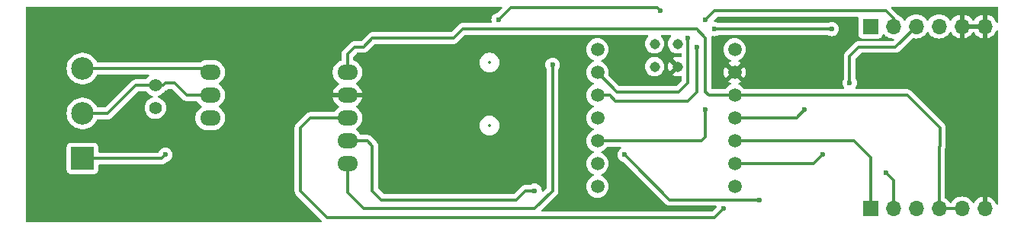
<source format=gbl>
%TF.GenerationSoftware,KiCad,Pcbnew,8.0.3*%
%TF.CreationDate,2024-07-22T20:15:04+05:30*%
%TF.ProjectId,learn_modbus_v1,6c656172-6e5f-46d6-9f64-6275735f7631,rev?*%
%TF.SameCoordinates,Original*%
%TF.FileFunction,Copper,L2,Bot*%
%TF.FilePolarity,Positive*%
%FSLAX46Y46*%
G04 Gerber Fmt 4.6, Leading zero omitted, Abs format (unit mm)*
G04 Created by KiCad (PCBNEW 8.0.3) date 2024-07-22 20:15:04*
%MOMM*%
%LPD*%
G01*
G04 APERTURE LIST*
%TA.AperFunction,ComponentPad*%
%ADD10O,2.300000X1.700000*%
%TD*%
%TA.AperFunction,ComponentPad*%
%ADD11C,1.400000*%
%TD*%
%TA.AperFunction,ComponentPad*%
%ADD12R,2.500000X2.500000*%
%TD*%
%TA.AperFunction,ComponentPad*%
%ADD13C,2.500000*%
%TD*%
%TA.AperFunction,ComponentPad*%
%ADD14C,1.500000*%
%TD*%
%TA.AperFunction,ComponentPad*%
%ADD15C,1.143000*%
%TD*%
%TA.AperFunction,ComponentPad*%
%ADD16R,1.700000X1.700000*%
%TD*%
%TA.AperFunction,ComponentPad*%
%ADD17O,1.700000X1.700000*%
%TD*%
%TA.AperFunction,ViaPad*%
%ADD18C,0.600000*%
%TD*%
%TA.AperFunction,Conductor*%
%ADD19C,0.300000*%
%TD*%
%ADD20C,0.300000*%
%ADD21C,0.350000*%
G04 APERTURE END LIST*
D10*
%TO.P,U3,1,VCC*%
%TO.N,PWR_3V3*%
X114220000Y-72820000D03*
%TO.P,U3,2,GND*%
%TO.N,GND*%
X114220000Y-75360000D03*
%TO.P,U3,3,TXD*%
%TO.N,RTU_TX*%
X114220000Y-77900000D03*
%TO.P,U3,4,RXD*%
%TO.N,RTU_RX*%
X114220000Y-80440000D03*
%TO.P,U3,5,CON*%
%TO.N,RTU_EN*%
X114220000Y-82980000D03*
%TO.P,U3,8,B*%
%TO.N,B*%
X98980000Y-77900000D03*
%TO.P,U3,9,A*%
%TO.N,A*%
X98980000Y-75360000D03*
%TO.P,U3,10,RGND*%
%TO.N,RGND*%
X98980000Y-72820000D03*
%TD*%
D11*
%TO.P,JP1,1,A*%
%TO.N,A*%
X92900000Y-74250000D03*
%TO.P,JP1,2,B*%
%TO.N,Net-(JP1-B)*%
X92900000Y-76790000D03*
%TD*%
D12*
%TO.P,J3,1,Pin_1*%
%TO.N,B*%
X84800000Y-82400000D03*
D13*
%TO.P,J3,2,Pin_2*%
%TO.N,A*%
X84800000Y-77400000D03*
%TO.P,J3,3,Pin_3*%
%TO.N,RGND*%
X84800000Y-72400000D03*
%TD*%
D14*
%TO.P,U2,1,PA02_A0_D0*%
%TO.N,RTU_EN*%
X141980000Y-70280000D03*
%TO.P,U2,2,PA4_A1_D1*%
%TO.N,ETH_INT*%
X141980000Y-72820000D03*
%TO.P,U2,3,PA10_A2_D2*%
%TO.N,ETH_CS*%
X141980000Y-75360000D03*
%TO.P,U2,4,PA11_A3_D3*%
%TO.N,ETH_RST*%
X141980000Y-77900000D03*
%TO.P,U2,5,PA8_A4_D4_SDA*%
%TO.N,ETH_LED*%
X141980000Y-80440000D03*
%TO.P,U2,6,PA9_A5_D5_SCL*%
%TO.N,RTU_LED*%
X141980000Y-82980000D03*
%TO.P,U2,7,PB08_A6_D6_TX*%
%TO.N,RTU_RX*%
X141980000Y-85520000D03*
%TO.P,U2,8,PB09_A7_D7_RX*%
%TO.N,RTU_TX*%
X157220000Y-85520000D03*
%TO.P,U2,9,PA7_A8_D8_SCK*%
%TO.N,ETH_SCLK*%
X157220000Y-82980000D03*
%TO.P,U2,10,PA5_A9_D9_MISO*%
%TO.N,ETH_MISO*%
X157220000Y-80440000D03*
%TO.P,U2,11,PA6_A10_D10_MOSI*%
%TO.N,ETH_MOSI*%
X157220000Y-77900000D03*
%TO.P,U2,12,3V3*%
%TO.N,PWR_3V3*%
X157220000Y-75360000D03*
%TO.P,U2,13,GND*%
%TO.N,GND*%
X157220000Y-72820000D03*
%TO.P,U2,14,5V*%
%TO.N,unconnected-(U2-5V-Pad14)_0*%
X157220000Y-70280000D03*
D15*
%TO.P,U2,17,PA31_SWDIO*%
%TO.N,PRG_SWDIO*%
X148330000Y-69645000D03*
%TO.P,U2,18,PA30_SWCLK*%
%TO.N,PRG_SWCLK*%
X150870000Y-69645000D03*
%TO.P,U2,19,RESET*%
%TO.N,PRG_RST*%
X148330000Y-72185000D03*
%TO.P,U2,20,GND*%
%TO.N,GND*%
X150870000Y-72185000D03*
%TD*%
D16*
%TO.P,U1,1,MISO*%
%TO.N,ETH_MISO*%
X172300000Y-88000000D03*
D17*
%TO.P,U1,2,RST*%
%TO.N,ETH_RST*%
X174840000Y-88000000D03*
%TO.P,U1,3,NC*%
%TO.N,unconnected-(U1-NC-Pad3)*%
X177380000Y-88000000D03*
%TO.P,U1,4,VDD*%
%TO.N,PWR_3V3*%
X179920000Y-88000000D03*
%TO.P,U1,5,VDD*%
X182460000Y-88000000D03*
%TO.P,U1,6,GND*%
%TO.N,GND*%
X185000000Y-88000000D03*
%TO.P,U1,7,GND*%
X185000000Y-67700000D03*
%TO.P,U1,8,GND*%
X182460000Y-67700000D03*
%TO.P,U1,9,MOSI*%
%TO.N,ETH_MOSI*%
X179920000Y-67700000D03*
%TO.P,U1,10,SCLK*%
%TO.N,ETH_SCLK*%
X177380000Y-67700000D03*
%TO.P,U1,11,CS*%
%TO.N,ETH_CS*%
X174840000Y-67700000D03*
D16*
%TO.P,U1,12,INT*%
%TO.N,ETH_INT*%
X172300000Y-67700000D03*
%TD*%
D18*
%TO.N,GND*%
X123000000Y-79000000D03*
%TO.N,PRG_SWCLK*%
X131000000Y-67000000D03*
X149000000Y-66000000D03*
%TO.N,B*%
X94000000Y-82000000D03*
%TO.N,ETH_LED*%
X155000000Y-68000000D03*
X154000000Y-77000000D03*
X168000000Y-68000000D03*
%TO.N,ETH_CS*%
X153000000Y-70000000D03*
X154000000Y-67000000D03*
%TO.N,ETH_INT*%
X152000000Y-69000000D03*
%TO.N,ETH_SCLK*%
X167000000Y-82000000D03*
X170000000Y-74000000D03*
%TO.N,ETH_MOSI*%
X165000000Y-77000000D03*
%TO.N,ETH_RST*%
X160000000Y-87000000D03*
X174000000Y-84000000D03*
X145000000Y-82000000D03*
%TO.N,RTU_EN*%
X137000000Y-72000000D03*
%TO.N,RTU_RX*%
X135000000Y-86000000D03*
%TO.N,RTU_TX*%
X156000000Y-88000000D03*
%TD*%
D19*
%TO.N,GND*%
X122360000Y-75360000D02*
X123000000Y-76000000D01*
X122360000Y-75360000D02*
X114220000Y-75360000D01*
X185000000Y-88000000D02*
X185000000Y-67700000D01*
X185000000Y-67700000D02*
X182460000Y-67700000D01*
X123000000Y-76000000D02*
X123000000Y-79000000D01*
%TO.N,PRG_SWCLK*%
X132350000Y-65650000D02*
X148650000Y-65650000D01*
X131000000Y-67000000D02*
X132350000Y-65650000D01*
X148650000Y-65650000D02*
X149000000Y-66000000D01*
%TO.N,RGND*%
X98560000Y-72400000D02*
X98980000Y-72820000D01*
X84800000Y-72400000D02*
X98560000Y-72400000D01*
%TO.N,B*%
X84800000Y-82400000D02*
X93600000Y-82400000D01*
X93600000Y-82400000D02*
X94000000Y-82000000D01*
%TO.N,A*%
X93750000Y-74250000D02*
X92900000Y-74250000D01*
X96360000Y-75360000D02*
X95000000Y-74000000D01*
X98980000Y-75360000D02*
X96360000Y-75360000D01*
X95000000Y-74000000D02*
X94000000Y-74000000D01*
X90750000Y-74250000D02*
X92900000Y-74250000D01*
X84800000Y-77400000D02*
X87600000Y-77400000D01*
X94000000Y-74000000D02*
X93750000Y-74250000D01*
X87600000Y-77400000D02*
X90750000Y-74250000D01*
%TO.N,ETH_LED*%
X141980000Y-80440000D02*
X153560000Y-80440000D01*
X154000000Y-80000000D02*
X154000000Y-77000000D01*
X155000000Y-68000000D02*
X168000000Y-68000000D01*
X153560000Y-80440000D02*
X154000000Y-80000000D01*
%TO.N,ETH_CS*%
X174840000Y-66840000D02*
X174840000Y-67700000D01*
X155000000Y-66000000D02*
X174000000Y-66000000D01*
X153000000Y-75000000D02*
X153000000Y-70000000D01*
X152000000Y-76000000D02*
X153000000Y-75000000D01*
X141980000Y-75360000D02*
X143360000Y-75360000D01*
X174000000Y-66000000D02*
X174840000Y-66840000D01*
X154000000Y-67000000D02*
X155000000Y-66000000D01*
X144000000Y-76000000D02*
X152000000Y-76000000D01*
X143360000Y-75360000D02*
X144000000Y-76000000D01*
%TO.N,PWR_3V3*%
X157220000Y-75360000D02*
X176360000Y-75360000D01*
X115000000Y-70000000D02*
X114220000Y-70780000D01*
X153000000Y-68000000D02*
X127000000Y-68000000D01*
X154000000Y-69000000D02*
X153000000Y-68000000D01*
X179920000Y-81080000D02*
X179920000Y-88000000D01*
X126000000Y-69000000D02*
X117000000Y-69000000D01*
X114220000Y-70780000D02*
X114220000Y-72820000D01*
X117000000Y-69000000D02*
X116000000Y-70000000D01*
X116000000Y-70000000D02*
X115000000Y-70000000D01*
X154360000Y-75360000D02*
X154000000Y-75000000D01*
X179920000Y-88000000D02*
X182460000Y-88000000D01*
X154000000Y-75000000D02*
X154000000Y-69000000D01*
X127000000Y-68000000D02*
X126000000Y-69000000D01*
X180000000Y-79000000D02*
X180000000Y-81000000D01*
X176360000Y-75360000D02*
X180000000Y-79000000D01*
X180000000Y-81000000D02*
X179920000Y-81080000D01*
X157220000Y-75360000D02*
X154360000Y-75360000D01*
%TO.N,ETH_INT*%
X151000000Y-75000000D02*
X152000000Y-74000000D01*
X141980000Y-72820000D02*
X144160000Y-75000000D01*
X152000000Y-74000000D02*
X152000000Y-69000000D01*
X145000000Y-75000000D02*
X151000000Y-75000000D01*
X144160000Y-75000000D02*
X145000000Y-75000000D01*
%TO.N,ETH_SCLK*%
X175080000Y-70000000D02*
X177380000Y-67700000D01*
X170000000Y-74000000D02*
X170000000Y-71000000D01*
X171000000Y-70000000D02*
X175080000Y-70000000D01*
X166020000Y-82980000D02*
X167000000Y-82000000D01*
X170000000Y-71000000D02*
X171000000Y-70000000D01*
X157220000Y-82980000D02*
X166020000Y-82980000D01*
%TO.N,ETH_MOSI*%
X164100000Y-77900000D02*
X165000000Y-77000000D01*
X157220000Y-77900000D02*
X164100000Y-77900000D01*
%TO.N,ETH_RST*%
X154000000Y-87000000D02*
X150000000Y-87000000D01*
X174840000Y-88000000D02*
X174840000Y-84840000D01*
X146000000Y-83000000D02*
X145000000Y-82000000D01*
X174840000Y-84840000D02*
X174000000Y-84000000D01*
X150000000Y-87000000D02*
X146000000Y-83000000D01*
X160000000Y-87000000D02*
X154000000Y-87000000D01*
%TO.N,ETH_MISO*%
X157220000Y-80440000D02*
X170440000Y-80440000D01*
X170440000Y-80440000D02*
X172300000Y-82300000D01*
X172300000Y-82300000D02*
X172300000Y-88000000D01*
%TO.N,RTU_EN*%
X116000000Y-88000000D02*
X135000000Y-88000000D01*
X114220000Y-82980000D02*
X114220000Y-86220000D01*
X135000000Y-88000000D02*
X137000000Y-86000000D01*
X137000000Y-86000000D02*
X137000000Y-72000000D01*
X114220000Y-86220000D02*
X116000000Y-88000000D01*
%TO.N,RTU_RX*%
X117000000Y-81000000D02*
X117000000Y-86000000D01*
X114220000Y-80440000D02*
X116440000Y-80440000D01*
X118000000Y-87000000D02*
X133000000Y-87000000D01*
X117000000Y-86000000D02*
X118000000Y-87000000D01*
X134000000Y-86000000D02*
X135000000Y-86000000D01*
X133000000Y-87000000D02*
X134000000Y-86000000D01*
X116440000Y-80440000D02*
X117000000Y-81000000D01*
%TO.N,RTU_TX*%
X112000000Y-89000000D02*
X155000000Y-89000000D01*
X114220000Y-77900000D02*
X110100000Y-77900000D01*
X110100000Y-77900000D02*
X109000000Y-79000000D01*
X155000000Y-89000000D02*
X156000000Y-88000000D01*
X109000000Y-79000000D02*
X109000000Y-86000000D01*
X109000000Y-86000000D02*
X112000000Y-89000000D01*
%TD*%
%TA.AperFunction,Conductor*%
%TO.N,GND*%
G36*
X131347231Y-65520185D02*
G01*
X131392986Y-65572989D01*
X131402930Y-65642147D01*
X131373905Y-65705703D01*
X131367873Y-65712181D01*
X130901775Y-66178277D01*
X130840452Y-66211762D01*
X130827988Y-66213815D01*
X130820752Y-66214630D01*
X130820744Y-66214632D01*
X130650478Y-66274210D01*
X130497737Y-66370184D01*
X130370184Y-66497737D01*
X130274211Y-66650476D01*
X130214631Y-66820745D01*
X130214630Y-66820750D01*
X130194435Y-66999996D01*
X130194435Y-67000003D01*
X130214630Y-67179249D01*
X130214632Y-67179257D01*
X130216483Y-67184546D01*
X130220044Y-67254325D01*
X130185315Y-67314952D01*
X130123322Y-67347179D01*
X130099441Y-67349500D01*
X126935929Y-67349500D01*
X126810261Y-67374497D01*
X126810251Y-67374500D01*
X126779341Y-67387303D01*
X126779342Y-67387304D01*
X126691877Y-67423532D01*
X126691863Y-67423540D01*
X126585332Y-67494721D01*
X126585325Y-67494727D01*
X125766873Y-68313181D01*
X125705550Y-68346666D01*
X125679192Y-68349500D01*
X116935929Y-68349500D01*
X116810261Y-68374497D01*
X116810251Y-68374500D01*
X116779341Y-68387303D01*
X116779342Y-68387304D01*
X116691877Y-68423532D01*
X116691863Y-68423540D01*
X116585332Y-68494721D01*
X116585325Y-68494727D01*
X115766873Y-69313181D01*
X115705550Y-69346666D01*
X115679192Y-69349500D01*
X114935929Y-69349500D01*
X114810261Y-69374497D01*
X114810251Y-69374500D01*
X114779341Y-69387303D01*
X114779342Y-69387304D01*
X114691877Y-69423532D01*
X114691863Y-69423540D01*
X114585332Y-69494721D01*
X114585325Y-69494727D01*
X113714726Y-70365326D01*
X113643534Y-70471874D01*
X113594499Y-70590255D01*
X113594497Y-70590261D01*
X113569500Y-70715928D01*
X113569500Y-71423793D01*
X113549815Y-71490832D01*
X113497011Y-71536587D01*
X113483825Y-71541722D01*
X113454471Y-71551260D01*
X113401582Y-71568445D01*
X113212179Y-71664951D01*
X113040213Y-71789890D01*
X112889890Y-71940213D01*
X112764951Y-72112179D01*
X112668444Y-72301585D01*
X112602753Y-72503760D01*
X112569500Y-72713713D01*
X112569500Y-72926286D01*
X112600654Y-73122989D01*
X112602754Y-73136243D01*
X112656439Y-73301469D01*
X112668444Y-73338414D01*
X112764951Y-73527820D01*
X112889890Y-73699786D01*
X113040213Y-73850109D01*
X113212179Y-73975048D01*
X113212181Y-73975049D01*
X113212184Y-73975051D01*
X113221493Y-73979794D01*
X113272290Y-74027766D01*
X113289087Y-74095587D01*
X113266552Y-74161722D01*
X113221502Y-74200762D01*
X113212443Y-74205378D01*
X113040540Y-74330272D01*
X113040535Y-74330276D01*
X112890276Y-74480535D01*
X112890272Y-74480540D01*
X112765379Y-74652442D01*
X112668904Y-74841782D01*
X112603242Y-75043870D01*
X112603242Y-75043873D01*
X112592769Y-75110000D01*
X113786988Y-75110000D01*
X113754075Y-75167007D01*
X113720000Y-75294174D01*
X113720000Y-75425826D01*
X113754075Y-75552993D01*
X113786988Y-75610000D01*
X112592769Y-75610000D01*
X112603242Y-75676126D01*
X112603242Y-75676129D01*
X112668904Y-75878217D01*
X112765379Y-76067557D01*
X112890272Y-76239459D01*
X112890276Y-76239464D01*
X113040535Y-76389723D01*
X113040540Y-76389727D01*
X113212444Y-76514622D01*
X113221495Y-76519234D01*
X113272292Y-76567208D01*
X113289087Y-76635029D01*
X113266550Y-76701164D01*
X113221499Y-76740202D01*
X113212182Y-76744949D01*
X113040213Y-76869890D01*
X112889890Y-77020213D01*
X112762085Y-77196125D01*
X112760740Y-77195148D01*
X112714295Y-77237166D01*
X112660382Y-77249500D01*
X110035929Y-77249500D01*
X109910261Y-77274497D01*
X109910255Y-77274499D01*
X109791874Y-77323534D01*
X109685326Y-77394726D01*
X108494724Y-78585328D01*
X108442566Y-78663390D01*
X108423535Y-78691871D01*
X108374499Y-78810255D01*
X108374497Y-78810261D01*
X108349500Y-78935928D01*
X108349500Y-78935931D01*
X108349500Y-86064069D01*
X108349500Y-86064071D01*
X108349499Y-86064071D01*
X108368141Y-86157782D01*
X108368141Y-86157783D01*
X108374496Y-86189737D01*
X108374498Y-86189742D01*
X108409486Y-86274209D01*
X108423535Y-86308127D01*
X108494723Y-86414669D01*
X108494726Y-86414673D01*
X108494727Y-86414674D01*
X111367873Y-89287819D01*
X111401358Y-89349142D01*
X111396374Y-89418834D01*
X111354502Y-89474767D01*
X111289038Y-89499184D01*
X111280192Y-89499500D01*
X78624500Y-89499500D01*
X78557461Y-89479815D01*
X78511706Y-89427011D01*
X78500500Y-89375500D01*
X78500500Y-81102135D01*
X83049500Y-81102135D01*
X83049500Y-83697870D01*
X83049501Y-83697876D01*
X83055908Y-83757483D01*
X83106202Y-83892328D01*
X83106206Y-83892335D01*
X83192452Y-84007544D01*
X83192455Y-84007547D01*
X83307664Y-84093793D01*
X83307671Y-84093797D01*
X83442517Y-84144091D01*
X83442516Y-84144091D01*
X83449444Y-84144835D01*
X83502127Y-84150500D01*
X86097872Y-84150499D01*
X86157483Y-84144091D01*
X86292331Y-84093796D01*
X86407546Y-84007546D01*
X86493796Y-83892331D01*
X86544091Y-83757483D01*
X86550500Y-83697873D01*
X86550500Y-83174500D01*
X86570185Y-83107461D01*
X86622989Y-83061706D01*
X86674500Y-83050500D01*
X93664071Y-83050500D01*
X93748615Y-83033682D01*
X93789744Y-83025501D01*
X93908127Y-82976465D01*
X93946987Y-82950500D01*
X93946988Y-82950500D01*
X93997633Y-82916659D01*
X94014669Y-82905277D01*
X94098222Y-82821722D01*
X94159545Y-82788237D01*
X94172019Y-82786183D01*
X94179255Y-82785368D01*
X94349522Y-82725789D01*
X94502262Y-82629816D01*
X94629816Y-82502262D01*
X94725789Y-82349522D01*
X94785368Y-82179255D01*
X94793142Y-82110261D01*
X94805565Y-82000003D01*
X94805565Y-81999996D01*
X94785369Y-81820750D01*
X94785368Y-81820745D01*
X94770364Y-81777865D01*
X94725789Y-81650478D01*
X94629816Y-81497738D01*
X94502262Y-81370184D01*
X94422064Y-81319792D01*
X94349523Y-81274211D01*
X94179254Y-81214631D01*
X94179249Y-81214630D01*
X94000004Y-81194435D01*
X93999996Y-81194435D01*
X93820750Y-81214630D01*
X93820745Y-81214631D01*
X93650476Y-81274211D01*
X93497737Y-81370184D01*
X93370184Y-81497737D01*
X93274211Y-81650476D01*
X93268621Y-81666454D01*
X93227900Y-81723230D01*
X93162947Y-81748978D01*
X93151579Y-81749500D01*
X86674499Y-81749500D01*
X86607460Y-81729815D01*
X86561705Y-81677011D01*
X86550499Y-81625500D01*
X86550499Y-81102129D01*
X86550498Y-81102123D01*
X86550497Y-81102116D01*
X86544091Y-81042517D01*
X86534374Y-81016465D01*
X86493797Y-80907671D01*
X86493793Y-80907664D01*
X86407547Y-80792455D01*
X86407544Y-80792452D01*
X86292335Y-80706206D01*
X86292328Y-80706202D01*
X86157482Y-80655908D01*
X86157483Y-80655908D01*
X86097883Y-80649501D01*
X86097881Y-80649500D01*
X86097873Y-80649500D01*
X86097864Y-80649500D01*
X83502129Y-80649500D01*
X83502123Y-80649501D01*
X83442516Y-80655908D01*
X83307671Y-80706202D01*
X83307664Y-80706206D01*
X83192455Y-80792452D01*
X83192452Y-80792455D01*
X83106206Y-80907664D01*
X83106202Y-80907671D01*
X83055908Y-81042517D01*
X83050750Y-81090500D01*
X83049501Y-81102123D01*
X83049500Y-81102135D01*
X78500500Y-81102135D01*
X78500500Y-72399995D01*
X83044592Y-72399995D01*
X83044592Y-72400004D01*
X83064196Y-72661620D01*
X83064197Y-72661625D01*
X83122576Y-72917402D01*
X83122578Y-72917411D01*
X83122580Y-72917416D01*
X83218432Y-73161643D01*
X83349614Y-73388857D01*
X83445880Y-73509571D01*
X83513198Y-73593985D01*
X83627232Y-73699792D01*
X83705521Y-73772433D01*
X83922296Y-73920228D01*
X83922301Y-73920230D01*
X83922302Y-73920231D01*
X83922303Y-73920232D01*
X84036131Y-73975048D01*
X84158673Y-74034061D01*
X84158674Y-74034061D01*
X84158677Y-74034063D01*
X84409385Y-74111396D01*
X84668818Y-74150500D01*
X84931182Y-74150500D01*
X85190615Y-74111396D01*
X85441323Y-74034063D01*
X85677704Y-73920228D01*
X85894479Y-73772433D01*
X86051347Y-73626881D01*
X86086801Y-73593985D01*
X86086801Y-73593983D01*
X86086805Y-73593981D01*
X86250386Y-73388857D01*
X86381568Y-73161643D01*
X86394302Y-73129197D01*
X86437118Y-73073984D01*
X86502988Y-73050683D01*
X86509730Y-73050500D01*
X92120998Y-73050500D01*
X92188037Y-73070185D01*
X92233792Y-73122989D01*
X92243736Y-73192147D01*
X92214711Y-73255703D01*
X92186276Y-73279926D01*
X92173442Y-73287872D01*
X92173437Y-73287876D01*
X92009025Y-73437757D01*
X92009021Y-73437761D01*
X91924091Y-73550227D01*
X91867982Y-73591863D01*
X91825137Y-73599500D01*
X90685929Y-73599500D01*
X90560261Y-73624497D01*
X90560255Y-73624499D01*
X90441874Y-73673534D01*
X90335326Y-73744726D01*
X90335325Y-73744727D01*
X87366873Y-76713181D01*
X87305550Y-76746666D01*
X87279192Y-76749500D01*
X86509730Y-76749500D01*
X86442691Y-76729815D01*
X86396936Y-76677011D01*
X86394302Y-76670803D01*
X86391551Y-76663793D01*
X86381568Y-76638357D01*
X86250386Y-76411143D01*
X86086805Y-76206019D01*
X86086804Y-76206018D01*
X86086801Y-76206014D01*
X85894479Y-76027567D01*
X85869446Y-76010500D01*
X85677704Y-75879772D01*
X85677700Y-75879770D01*
X85677697Y-75879768D01*
X85677696Y-75879767D01*
X85441325Y-75765938D01*
X85441327Y-75765938D01*
X85190623Y-75688606D01*
X85190619Y-75688605D01*
X85190615Y-75688604D01*
X85065823Y-75669794D01*
X84931187Y-75649500D01*
X84931182Y-75649500D01*
X84668818Y-75649500D01*
X84668812Y-75649500D01*
X84507247Y-75673853D01*
X84409385Y-75688604D01*
X84409382Y-75688605D01*
X84409376Y-75688606D01*
X84158673Y-75765938D01*
X83922303Y-75879767D01*
X83922302Y-75879768D01*
X83705520Y-76027567D01*
X83513198Y-76206014D01*
X83349614Y-76411143D01*
X83218432Y-76638356D01*
X83122582Y-76882578D01*
X83122576Y-76882597D01*
X83064197Y-77138374D01*
X83064196Y-77138379D01*
X83044592Y-77399995D01*
X83044592Y-77400004D01*
X83064196Y-77661620D01*
X83064197Y-77661625D01*
X83122576Y-77917402D01*
X83122578Y-77917411D01*
X83122580Y-77917416D01*
X83218432Y-78161643D01*
X83349614Y-78388857D01*
X83432109Y-78492302D01*
X83513198Y-78593985D01*
X83694753Y-78762441D01*
X83705521Y-78772433D01*
X83922296Y-78920228D01*
X83922301Y-78920230D01*
X83922302Y-78920231D01*
X83922303Y-78920232D01*
X84047843Y-78980688D01*
X84158673Y-79034061D01*
X84158674Y-79034061D01*
X84158677Y-79034063D01*
X84409385Y-79111396D01*
X84668818Y-79150500D01*
X84931182Y-79150500D01*
X85190615Y-79111396D01*
X85441323Y-79034063D01*
X85677704Y-78920228D01*
X85894479Y-78772433D01*
X86071890Y-78607820D01*
X86086801Y-78593985D01*
X86086801Y-78593983D01*
X86086805Y-78593981D01*
X86250386Y-78388857D01*
X86381568Y-78161643D01*
X86394302Y-78129197D01*
X86437118Y-78073984D01*
X86502988Y-78050683D01*
X86509730Y-78050500D01*
X87664071Y-78050500D01*
X87751698Y-78033069D01*
X87789744Y-78025501D01*
X87908127Y-77976465D01*
X87926679Y-77964069D01*
X88014669Y-77905277D01*
X90983127Y-74936819D01*
X91044450Y-74903334D01*
X91070808Y-74900500D01*
X91825137Y-74900500D01*
X91892176Y-74920185D01*
X91924091Y-74949773D01*
X91995064Y-75043757D01*
X92009021Y-75062238D01*
X92009025Y-75062242D01*
X92173437Y-75212123D01*
X92173439Y-75212125D01*
X92362595Y-75329245D01*
X92362596Y-75329245D01*
X92362599Y-75329247D01*
X92556524Y-75404374D01*
X92611924Y-75446946D01*
X92635515Y-75512713D01*
X92619804Y-75580793D01*
X92569780Y-75629572D01*
X92556533Y-75635622D01*
X92419767Y-75688606D01*
X92362601Y-75710752D01*
X92362595Y-75710754D01*
X92173439Y-75827874D01*
X92173437Y-75827876D01*
X92009020Y-75977761D01*
X91874943Y-76155308D01*
X91874938Y-76155316D01*
X91775775Y-76354461D01*
X91775769Y-76354476D01*
X91714885Y-76568462D01*
X91714884Y-76568464D01*
X91694357Y-76789999D01*
X91694357Y-76790000D01*
X91714884Y-77011535D01*
X91714885Y-77011537D01*
X91775769Y-77225523D01*
X91775775Y-77225538D01*
X91874938Y-77424683D01*
X91874943Y-77424691D01*
X92009020Y-77602238D01*
X92173437Y-77752123D01*
X92173439Y-77752125D01*
X92362595Y-77869245D01*
X92362596Y-77869245D01*
X92362599Y-77869247D01*
X92570060Y-77949618D01*
X92788757Y-77990500D01*
X92788759Y-77990500D01*
X93011241Y-77990500D01*
X93011243Y-77990500D01*
X93229940Y-77949618D01*
X93437401Y-77869247D01*
X93626562Y-77752124D01*
X93790981Y-77602236D01*
X93925058Y-77424689D01*
X94024229Y-77225528D01*
X94085115Y-77011536D01*
X94105643Y-76790000D01*
X94101468Y-76744949D01*
X94085115Y-76568464D01*
X94085114Y-76568462D01*
X94084757Y-76567208D01*
X94024229Y-76354472D01*
X94007860Y-76321598D01*
X93925061Y-76155316D01*
X93925056Y-76155308D01*
X93790979Y-75977761D01*
X93626562Y-75827876D01*
X93626560Y-75827874D01*
X93437404Y-75710754D01*
X93437395Y-75710750D01*
X93343956Y-75674552D01*
X93243475Y-75635625D01*
X93188075Y-75593054D01*
X93164484Y-75527288D01*
X93180195Y-75459207D01*
X93230219Y-75410428D01*
X93243466Y-75404377D01*
X93437401Y-75329247D01*
X93626562Y-75212124D01*
X93790981Y-75062236D01*
X93908140Y-74907091D01*
X93959639Y-74867260D01*
X93977167Y-74860000D01*
X94058127Y-74826465D01*
X94082386Y-74810256D01*
X94164669Y-74755277D01*
X94233128Y-74686817D01*
X94294449Y-74653334D01*
X94320808Y-74650500D01*
X94679192Y-74650500D01*
X94746231Y-74670185D01*
X94766873Y-74686819D01*
X95945326Y-75865273D01*
X95945334Y-75865279D01*
X96033375Y-75924106D01*
X96051871Y-75936464D01*
X96051872Y-75936464D01*
X96051873Y-75936465D01*
X96170256Y-75985501D01*
X96170260Y-75985501D01*
X96170261Y-75985502D01*
X96295928Y-76010500D01*
X96295931Y-76010500D01*
X97420382Y-76010500D01*
X97487421Y-76030185D01*
X97521099Y-76064591D01*
X97522085Y-76063875D01*
X97649890Y-76239786D01*
X97800213Y-76390109D01*
X97972182Y-76515050D01*
X97980946Y-76519516D01*
X98031742Y-76567491D01*
X98048536Y-76635312D01*
X98025998Y-76701447D01*
X97980946Y-76740484D01*
X97972182Y-76744949D01*
X97800213Y-76869890D01*
X97649890Y-77020213D01*
X97524951Y-77192179D01*
X97428444Y-77381585D01*
X97362753Y-77583760D01*
X97329500Y-77793713D01*
X97329500Y-78006286D01*
X97355938Y-78173212D01*
X97362754Y-78216243D01*
X97424175Y-78405277D01*
X97428444Y-78418414D01*
X97524951Y-78607820D01*
X97649890Y-78779786D01*
X97800213Y-78930109D01*
X97972179Y-79055048D01*
X97972181Y-79055049D01*
X97972184Y-79055051D01*
X98161588Y-79151557D01*
X98363757Y-79217246D01*
X98573713Y-79250500D01*
X98573714Y-79250500D01*
X99386286Y-79250500D01*
X99386287Y-79250500D01*
X99596243Y-79217246D01*
X99798412Y-79151557D01*
X99987816Y-79055051D01*
X100016704Y-79034063D01*
X100159786Y-78930109D01*
X100159788Y-78930106D01*
X100159792Y-78930104D01*
X100310104Y-78779792D01*
X100310106Y-78779788D01*
X100310109Y-78779786D01*
X100435048Y-78607820D01*
X100435047Y-78607820D01*
X100435051Y-78607816D01*
X100531557Y-78418412D01*
X100597246Y-78216243D01*
X100630500Y-78006287D01*
X100630500Y-77793713D01*
X100597246Y-77583757D01*
X100531557Y-77381588D01*
X100435051Y-77192184D01*
X100435049Y-77192181D01*
X100435048Y-77192179D01*
X100310109Y-77020213D01*
X100159786Y-76869890D01*
X99987820Y-76744951D01*
X99982778Y-76742382D01*
X99979054Y-76740485D01*
X99928259Y-76692512D01*
X99911463Y-76624692D01*
X99933999Y-76558556D01*
X99979054Y-76519515D01*
X99987816Y-76515051D01*
X100011647Y-76497737D01*
X100159786Y-76390109D01*
X100159788Y-76390106D01*
X100159792Y-76390104D01*
X100310104Y-76239792D01*
X100310106Y-76239788D01*
X100310109Y-76239786D01*
X100435048Y-76067820D01*
X100435047Y-76067820D01*
X100435051Y-76067816D01*
X100531557Y-75878412D01*
X100597246Y-75676243D01*
X100630500Y-75466287D01*
X100630500Y-75253713D01*
X100597246Y-75043757D01*
X100531557Y-74841588D01*
X100435051Y-74652184D01*
X100435049Y-74652181D01*
X100435048Y-74652179D01*
X100310109Y-74480213D01*
X100159786Y-74329890D01*
X99987820Y-74204951D01*
X99979600Y-74200763D01*
X99979054Y-74200485D01*
X99928259Y-74152512D01*
X99911463Y-74084692D01*
X99933999Y-74018556D01*
X99979054Y-73979515D01*
X99987816Y-73975051D01*
X100009789Y-73959086D01*
X100159786Y-73850109D01*
X100159788Y-73850106D01*
X100159792Y-73850104D01*
X100310104Y-73699792D01*
X100310106Y-73699788D01*
X100310109Y-73699786D01*
X100435048Y-73527820D01*
X100435047Y-73527820D01*
X100435051Y-73527816D01*
X100531557Y-73338412D01*
X100597246Y-73136243D01*
X100630500Y-72926287D01*
X100630500Y-72713713D01*
X100597246Y-72503757D01*
X100531557Y-72301588D01*
X100435051Y-72112184D01*
X100435049Y-72112181D01*
X100435048Y-72112179D01*
X100310109Y-71940213D01*
X100159786Y-71789890D01*
X99987820Y-71664951D01*
X99798414Y-71568444D01*
X99798413Y-71568443D01*
X99798412Y-71568443D01*
X99596243Y-71502754D01*
X99596241Y-71502753D01*
X99596240Y-71502753D01*
X99434957Y-71477208D01*
X99386287Y-71469500D01*
X98573713Y-71469500D01*
X98525042Y-71477208D01*
X98363760Y-71502753D01*
X98161585Y-71568444D01*
X97972180Y-71664951D01*
X97888404Y-71725818D01*
X97822598Y-71749298D01*
X97815519Y-71749500D01*
X86509730Y-71749500D01*
X86442691Y-71729815D01*
X86396936Y-71677011D01*
X86394302Y-71670803D01*
X86386324Y-71650476D01*
X86381568Y-71638357D01*
X86250386Y-71411143D01*
X86086805Y-71206019D01*
X86086804Y-71206018D01*
X86086801Y-71206014D01*
X85894479Y-71027567D01*
X85873299Y-71013127D01*
X85677704Y-70879772D01*
X85677700Y-70879770D01*
X85677697Y-70879768D01*
X85677696Y-70879767D01*
X85441325Y-70765938D01*
X85441327Y-70765938D01*
X85190623Y-70688606D01*
X85190619Y-70688605D01*
X85190615Y-70688604D01*
X85065823Y-70669794D01*
X84931187Y-70649500D01*
X84931182Y-70649500D01*
X84668818Y-70649500D01*
X84668812Y-70649500D01*
X84507247Y-70673853D01*
X84409385Y-70688604D01*
X84409382Y-70688605D01*
X84409376Y-70688606D01*
X84158673Y-70765938D01*
X83922303Y-70879767D01*
X83922302Y-70879768D01*
X83705520Y-71027567D01*
X83513198Y-71206014D01*
X83349614Y-71411143D01*
X83218432Y-71638356D01*
X83122582Y-71882578D01*
X83122576Y-71882597D01*
X83064197Y-72138374D01*
X83064196Y-72138379D01*
X83044592Y-72399995D01*
X78500500Y-72399995D01*
X78500500Y-65624500D01*
X78520185Y-65557461D01*
X78572989Y-65511706D01*
X78624500Y-65500500D01*
X131280192Y-65500500D01*
X131347231Y-65520185D01*
G37*
%TD.AperFunction*%
%TA.AperFunction,Conductor*%
G36*
X147576649Y-68670185D02*
G01*
X147622404Y-68722989D01*
X147632348Y-68792147D01*
X147603323Y-68855703D01*
X147593148Y-68866137D01*
X147534389Y-68919702D01*
X147414662Y-69078246D01*
X147326107Y-69256088D01*
X147326104Y-69256094D01*
X147271738Y-69447174D01*
X147271737Y-69447177D01*
X147253407Y-69644999D01*
X147253407Y-69645000D01*
X147271737Y-69842822D01*
X147271738Y-69842825D01*
X147326104Y-70033905D01*
X147326107Y-70033911D01*
X147414662Y-70211753D01*
X147534389Y-70370298D01*
X147645813Y-70471873D01*
X147681208Y-70504140D01*
X147798016Y-70576465D01*
X147820297Y-70590261D01*
X147850121Y-70608727D01*
X148035376Y-70680495D01*
X148230665Y-70717000D01*
X148230668Y-70717000D01*
X148429332Y-70717000D01*
X148429335Y-70717000D01*
X148624624Y-70680495D01*
X148809879Y-70608727D01*
X148978792Y-70504140D01*
X149125612Y-70370296D01*
X149245338Y-70211753D01*
X149333893Y-70033910D01*
X149333893Y-70033907D01*
X149333895Y-70033905D01*
X149388261Y-69842825D01*
X149388262Y-69842822D01*
X149406593Y-69645000D01*
X149406593Y-69644999D01*
X149388262Y-69447177D01*
X149388261Y-69447174D01*
X149333895Y-69256094D01*
X149333892Y-69256088D01*
X149308731Y-69205558D01*
X149245338Y-69078247D01*
X149125612Y-68919704D01*
X149125610Y-68919702D01*
X149066852Y-68866137D01*
X149030570Y-68806426D01*
X149032331Y-68736579D01*
X149071574Y-68678771D01*
X149135841Y-68651356D01*
X149150390Y-68650500D01*
X150049610Y-68650500D01*
X150116649Y-68670185D01*
X150162404Y-68722989D01*
X150172348Y-68792147D01*
X150143323Y-68855703D01*
X150133148Y-68866137D01*
X150074389Y-68919702D01*
X149954662Y-69078246D01*
X149866107Y-69256088D01*
X149866104Y-69256094D01*
X149811738Y-69447174D01*
X149811737Y-69447177D01*
X149793407Y-69644999D01*
X149793407Y-69645000D01*
X149811737Y-69842822D01*
X149811738Y-69842825D01*
X149866104Y-70033905D01*
X149866107Y-70033911D01*
X149954662Y-70211753D01*
X150074389Y-70370298D01*
X150185813Y-70471873D01*
X150221208Y-70504140D01*
X150338016Y-70576465D01*
X150360297Y-70590261D01*
X150390121Y-70608727D01*
X150575376Y-70680495D01*
X150770665Y-70717000D01*
X150770668Y-70717000D01*
X150969332Y-70717000D01*
X150969335Y-70717000D01*
X151164624Y-70680495D01*
X151180705Y-70674264D01*
X151250326Y-70668401D01*
X151312067Y-70701108D01*
X151346324Y-70762004D01*
X151349500Y-70789890D01*
X151349500Y-71040645D01*
X151329815Y-71107684D01*
X151277011Y-71153439D01*
X151207853Y-71163383D01*
X151180709Y-71156273D01*
X151164490Y-71149990D01*
X150969287Y-71113500D01*
X150770713Y-71113500D01*
X150575516Y-71149989D01*
X150575511Y-71149990D01*
X150390350Y-71221721D01*
X150390341Y-71221725D01*
X150310015Y-71271461D01*
X150310014Y-71271462D01*
X150870000Y-71831447D01*
X150948850Y-71910297D01*
X150907620Y-71899250D01*
X150832380Y-71899250D01*
X150759705Y-71918723D01*
X150694545Y-71956343D01*
X150641343Y-72009545D01*
X150603723Y-72074705D01*
X150584250Y-72147380D01*
X150584250Y-72222620D01*
X150603723Y-72295295D01*
X150641343Y-72360455D01*
X150694545Y-72413657D01*
X150759705Y-72451277D01*
X150832380Y-72470750D01*
X150907620Y-72470750D01*
X150948847Y-72459703D01*
X150310015Y-73098536D01*
X150310015Y-73098537D01*
X150390341Y-73148274D01*
X150390348Y-73148277D01*
X150575511Y-73220009D01*
X150575516Y-73220010D01*
X150770713Y-73256500D01*
X150969287Y-73256500D01*
X151164483Y-73220010D01*
X151164489Y-73220009D01*
X151180705Y-73213727D01*
X151250328Y-73207864D01*
X151312069Y-73240573D01*
X151346324Y-73301469D01*
X151349500Y-73329353D01*
X151349500Y-73679192D01*
X151329815Y-73746231D01*
X151313181Y-73766873D01*
X150766873Y-74313181D01*
X150705550Y-74346666D01*
X150679192Y-74349500D01*
X144480808Y-74349500D01*
X144413769Y-74329815D01*
X144393127Y-74313181D01*
X143246060Y-73166114D01*
X143212575Y-73104791D01*
X143213966Y-73046339D01*
X143216207Y-73037977D01*
X143232609Y-72850500D01*
X143235277Y-72820002D01*
X143235277Y-72819997D01*
X143225978Y-72713713D01*
X143216207Y-72602023D01*
X143172550Y-72439094D01*
X143159577Y-72390677D01*
X143159576Y-72390676D01*
X143159575Y-72390670D01*
X143067102Y-72192362D01*
X143067100Y-72192359D01*
X143067099Y-72192357D01*
X143061947Y-72184999D01*
X147253407Y-72184999D01*
X147253407Y-72185000D01*
X147271737Y-72382822D01*
X147271738Y-72382825D01*
X147326104Y-72573905D01*
X147326107Y-72573911D01*
X147414662Y-72751753D01*
X147534389Y-72910298D01*
X147647041Y-73012993D01*
X147681208Y-73044140D01*
X147796443Y-73115491D01*
X147829858Y-73136181D01*
X147850121Y-73148727D01*
X148035376Y-73220495D01*
X148230665Y-73257000D01*
X148230668Y-73257000D01*
X148429332Y-73257000D01*
X148429335Y-73257000D01*
X148624624Y-73220495D01*
X148809879Y-73148727D01*
X148978792Y-73044140D01*
X149125612Y-72910296D01*
X149245338Y-72751753D01*
X149333893Y-72573910D01*
X149333893Y-72573907D01*
X149333895Y-72573905D01*
X149368785Y-72451277D01*
X149388262Y-72382823D01*
X149406593Y-72185000D01*
X149406593Y-72184999D01*
X149793910Y-72184999D01*
X149793910Y-72185000D01*
X149812231Y-72382730D01*
X149866575Y-72573726D01*
X149866580Y-72573739D01*
X149953383Y-72748062D01*
X149953384Y-72748062D01*
X150516447Y-72185000D01*
X149953383Y-71621936D01*
X149866580Y-71796260D01*
X149866575Y-71796273D01*
X149812231Y-71987269D01*
X149793910Y-72184999D01*
X149406593Y-72184999D01*
X149404150Y-72158641D01*
X149388262Y-71987177D01*
X149388261Y-71987174D01*
X149333895Y-71796094D01*
X149333892Y-71796088D01*
X149274599Y-71677011D01*
X149245338Y-71618247D01*
X149125612Y-71459704D01*
X149125610Y-71459701D01*
X148978793Y-71325861D01*
X148978792Y-71325860D01*
X148914467Y-71286031D01*
X148809880Y-71221273D01*
X148809878Y-71221272D01*
X148624627Y-71149506D01*
X148624626Y-71149505D01*
X148624624Y-71149505D01*
X148429335Y-71113000D01*
X148230665Y-71113000D01*
X148035376Y-71149505D01*
X148035374Y-71149505D01*
X148035372Y-71149506D01*
X147850121Y-71221272D01*
X147850119Y-71221273D01*
X147681206Y-71325861D01*
X147534389Y-71459701D01*
X147414662Y-71618246D01*
X147326107Y-71796088D01*
X147326104Y-71796094D01*
X147271738Y-71987174D01*
X147271737Y-71987177D01*
X147253407Y-72184999D01*
X143061947Y-72184999D01*
X142941599Y-72013124D01*
X142868683Y-71940208D01*
X142786877Y-71858402D01*
X142607639Y-71732898D01*
X142456414Y-71662381D01*
X142403977Y-71616210D01*
X142384825Y-71549016D01*
X142405041Y-71482135D01*
X142456414Y-71437618D01*
X142607639Y-71367102D01*
X142786877Y-71241598D01*
X142941598Y-71086877D01*
X143067102Y-70907639D01*
X143159575Y-70709330D01*
X143216207Y-70497977D01*
X143235277Y-70280000D01*
X143216207Y-70062023D01*
X143159575Y-69850670D01*
X143067102Y-69652362D01*
X143067100Y-69652359D01*
X143067099Y-69652357D01*
X142941599Y-69473124D01*
X142892007Y-69423532D01*
X142786877Y-69318402D01*
X142638678Y-69214632D01*
X142607638Y-69192897D01*
X142485183Y-69135796D01*
X142409330Y-69100425D01*
X142409326Y-69100424D01*
X142409322Y-69100422D01*
X142197977Y-69043793D01*
X141980002Y-69024723D01*
X141979998Y-69024723D01*
X141861833Y-69035061D01*
X141762023Y-69043793D01*
X141762020Y-69043793D01*
X141550677Y-69100422D01*
X141550668Y-69100426D01*
X141352361Y-69192898D01*
X141352357Y-69192900D01*
X141173121Y-69318402D01*
X141018402Y-69473121D01*
X140892900Y-69652357D01*
X140892898Y-69652361D01*
X140800426Y-69850668D01*
X140800422Y-69850677D01*
X140743793Y-70062020D01*
X140743793Y-70062024D01*
X140724723Y-70279997D01*
X140724723Y-70280002D01*
X140743793Y-70497975D01*
X140743793Y-70497979D01*
X140800422Y-70709322D01*
X140800424Y-70709326D01*
X140800425Y-70709330D01*
X140826822Y-70765938D01*
X140892897Y-70907638D01*
X140894963Y-70910588D01*
X141018402Y-71086877D01*
X141173123Y-71241598D01*
X141352360Y-71367101D01*
X141352361Y-71367102D01*
X141503583Y-71437618D01*
X141556022Y-71483790D01*
X141575174Y-71550984D01*
X141554958Y-71617865D01*
X141503583Y-71662382D01*
X141352361Y-71732898D01*
X141352357Y-71732900D01*
X141173121Y-71858402D01*
X141018402Y-72013121D01*
X140892900Y-72192357D01*
X140892898Y-72192361D01*
X140800426Y-72390668D01*
X140800422Y-72390677D01*
X140743793Y-72602020D01*
X140743793Y-72602024D01*
X140724723Y-72819997D01*
X140724723Y-72820002D01*
X140727391Y-72850500D01*
X140743792Y-73037971D01*
X140743793Y-73037975D01*
X140743793Y-73037979D01*
X140800422Y-73249322D01*
X140800424Y-73249326D01*
X140800425Y-73249330D01*
X140846062Y-73347198D01*
X140892897Y-73447638D01*
X140892898Y-73447639D01*
X141018402Y-73626877D01*
X141173123Y-73781598D01*
X141351738Y-73906666D01*
X141352361Y-73907102D01*
X141503583Y-73977618D01*
X141556022Y-74023790D01*
X141575174Y-74090984D01*
X141554958Y-74157865D01*
X141503583Y-74202382D01*
X141352361Y-74272898D01*
X141352357Y-74272900D01*
X141173121Y-74398402D01*
X141018402Y-74553121D01*
X140892900Y-74732357D01*
X140892898Y-74732361D01*
X140800426Y-74930668D01*
X140800422Y-74930677D01*
X140743793Y-75142020D01*
X140743793Y-75142024D01*
X140724723Y-75359997D01*
X140724723Y-75360002D01*
X140733402Y-75459207D01*
X140739358Y-75527288D01*
X140743793Y-75577975D01*
X140743793Y-75577979D01*
X140800422Y-75789322D01*
X140800424Y-75789326D01*
X140800425Y-75789330D01*
X140842597Y-75879768D01*
X140892897Y-75987638D01*
X140892898Y-75987639D01*
X141018402Y-76166877D01*
X141173123Y-76321598D01*
X141352360Y-76447101D01*
X141352361Y-76447102D01*
X141503583Y-76517618D01*
X141556022Y-76563790D01*
X141575174Y-76630984D01*
X141554958Y-76697865D01*
X141503583Y-76742382D01*
X141352361Y-76812898D01*
X141352357Y-76812900D01*
X141173121Y-76938402D01*
X141018402Y-77093121D01*
X140892900Y-77272357D01*
X140892898Y-77272361D01*
X140800426Y-77470668D01*
X140800422Y-77470677D01*
X140743793Y-77682020D01*
X140743793Y-77682024D01*
X140724723Y-77899997D01*
X140724723Y-77900002D01*
X140743793Y-78117975D01*
X140743793Y-78117979D01*
X140800422Y-78329322D01*
X140800424Y-78329326D01*
X140800425Y-78329330D01*
X140828183Y-78388857D01*
X140892897Y-78527638D01*
X140892898Y-78527639D01*
X141018402Y-78706877D01*
X141173123Y-78861598D01*
X141352360Y-78987101D01*
X141352361Y-78987102D01*
X141503583Y-79057618D01*
X141556022Y-79103790D01*
X141575174Y-79170984D01*
X141554958Y-79237865D01*
X141503583Y-79282382D01*
X141352361Y-79352898D01*
X141352357Y-79352900D01*
X141173121Y-79478402D01*
X141018402Y-79633121D01*
X140892900Y-79812357D01*
X140892898Y-79812361D01*
X140800426Y-80010668D01*
X140800422Y-80010677D01*
X140743793Y-80222020D01*
X140743793Y-80222023D01*
X140724723Y-80440000D01*
X140743051Y-80649501D01*
X140743793Y-80657975D01*
X140743793Y-80657979D01*
X140800422Y-80869322D01*
X140800424Y-80869326D01*
X140800425Y-80869330D01*
X140818303Y-80907669D01*
X140892897Y-81067638D01*
X140892898Y-81067639D01*
X141018402Y-81246877D01*
X141173123Y-81401598D01*
X141310424Y-81497737D01*
X141352361Y-81527102D01*
X141503583Y-81597618D01*
X141556022Y-81643790D01*
X141575174Y-81710984D01*
X141554958Y-81777865D01*
X141503583Y-81822382D01*
X141352361Y-81892898D01*
X141352357Y-81892900D01*
X141173121Y-82018402D01*
X141018402Y-82173121D01*
X140892900Y-82352357D01*
X140892898Y-82352361D01*
X140800426Y-82550668D01*
X140800422Y-82550677D01*
X140743793Y-82762020D01*
X140743793Y-82762024D01*
X140724723Y-82979997D01*
X140724723Y-82980002D01*
X140743793Y-83197975D01*
X140743793Y-83197979D01*
X140800422Y-83409322D01*
X140800424Y-83409326D01*
X140800425Y-83409330D01*
X140802915Y-83414669D01*
X140892897Y-83607638D01*
X140892898Y-83607639D01*
X141018402Y-83786877D01*
X141173123Y-83941598D01*
X141318000Y-84043042D01*
X141352361Y-84067102D01*
X141503583Y-84137618D01*
X141556022Y-84183790D01*
X141575174Y-84250984D01*
X141554958Y-84317865D01*
X141503583Y-84362382D01*
X141352361Y-84432898D01*
X141352357Y-84432900D01*
X141173121Y-84558402D01*
X141018402Y-84713121D01*
X140892900Y-84892357D01*
X140892898Y-84892361D01*
X140800426Y-85090668D01*
X140800422Y-85090677D01*
X140743793Y-85302020D01*
X140743793Y-85302024D01*
X140724723Y-85519997D01*
X140724723Y-85520002D01*
X140743793Y-85737975D01*
X140743793Y-85737979D01*
X140800422Y-85949322D01*
X140800424Y-85949326D01*
X140800425Y-85949330D01*
X140800996Y-85950554D01*
X140892897Y-86147638D01*
X140900000Y-86157782D01*
X141018402Y-86326877D01*
X141173123Y-86481598D01*
X141352361Y-86607102D01*
X141550670Y-86699575D01*
X141762023Y-86756207D01*
X141944926Y-86772208D01*
X141979998Y-86775277D01*
X141980000Y-86775277D01*
X141980002Y-86775277D01*
X142008254Y-86772805D01*
X142197977Y-86756207D01*
X142409330Y-86699575D01*
X142607639Y-86607102D01*
X142786877Y-86481598D01*
X142941598Y-86326877D01*
X143067102Y-86147639D01*
X143159575Y-85949330D01*
X143216207Y-85737977D01*
X143235277Y-85520000D01*
X143233329Y-85497738D01*
X143226838Y-85423540D01*
X143216207Y-85302023D01*
X143159575Y-85090670D01*
X143067102Y-84892362D01*
X143067100Y-84892359D01*
X143067099Y-84892357D01*
X142941599Y-84713124D01*
X142878730Y-84650255D01*
X142786877Y-84558402D01*
X142607639Y-84432898D01*
X142456414Y-84362381D01*
X142403977Y-84316210D01*
X142384825Y-84249016D01*
X142405041Y-84182135D01*
X142456414Y-84137618D01*
X142607639Y-84067102D01*
X142786877Y-83941598D01*
X142941598Y-83786877D01*
X143067102Y-83607639D01*
X143159575Y-83409330D01*
X143216207Y-83197977D01*
X143235277Y-82980000D01*
X143234967Y-82976461D01*
X143225978Y-82873713D01*
X143216207Y-82762023D01*
X143159575Y-82550670D01*
X143067102Y-82352362D01*
X143067100Y-82352359D01*
X143067099Y-82352357D01*
X142941599Y-82173124D01*
X142868683Y-82100208D01*
X142786877Y-82018402D01*
X142607639Y-81892898D01*
X142456414Y-81822381D01*
X142403977Y-81776210D01*
X142384825Y-81709016D01*
X142405041Y-81642135D01*
X142456414Y-81597618D01*
X142607639Y-81527102D01*
X142786877Y-81401598D01*
X142941598Y-81246877D01*
X143014071Y-81143374D01*
X143068647Y-81099751D01*
X143115645Y-81090500D01*
X144512439Y-81090500D01*
X144579478Y-81110185D01*
X144625233Y-81162989D01*
X144635177Y-81232147D01*
X144606152Y-81295703D01*
X144578412Y-81319493D01*
X144555003Y-81334201D01*
X144497737Y-81370184D01*
X144370184Y-81497737D01*
X144274211Y-81650476D01*
X144214631Y-81820745D01*
X144214630Y-81820750D01*
X144194435Y-81999996D01*
X144194435Y-82000003D01*
X144214630Y-82179249D01*
X144214631Y-82179254D01*
X144274211Y-82349523D01*
X144275995Y-82352362D01*
X144370184Y-82502262D01*
X144497738Y-82629816D01*
X144650478Y-82725789D01*
X144820745Y-82785368D01*
X144827974Y-82786182D01*
X144892388Y-82813246D01*
X144901776Y-82821722D01*
X145494723Y-83414669D01*
X149585324Y-87505271D01*
X149585327Y-87505274D01*
X149585330Y-87505276D01*
X149616475Y-87526086D01*
X149691873Y-87576465D01*
X149810256Y-87625501D01*
X149810260Y-87625501D01*
X149810261Y-87625502D01*
X149935928Y-87650500D01*
X149935931Y-87650500D01*
X153935931Y-87650500D01*
X155099442Y-87650500D01*
X155166481Y-87670185D01*
X155212236Y-87722989D01*
X155222180Y-87792147D01*
X155216485Y-87815448D01*
X155214633Y-87820742D01*
X155214632Y-87820745D01*
X155214630Y-87820752D01*
X155213815Y-87827988D01*
X155186743Y-87892400D01*
X155178277Y-87901775D01*
X154766873Y-88313181D01*
X154705550Y-88346666D01*
X154679192Y-88349500D01*
X135869808Y-88349500D01*
X135802769Y-88329815D01*
X135757014Y-88277011D01*
X135747070Y-88207853D01*
X135776095Y-88144297D01*
X135782127Y-88137819D01*
X137505273Y-86414672D01*
X137505272Y-86414672D01*
X137505276Y-86414669D01*
X137576465Y-86308127D01*
X137625501Y-86189744D01*
X137625501Y-86189740D01*
X137625503Y-86189737D01*
X137631859Y-86157783D01*
X137631859Y-86157782D01*
X137650500Y-86064071D01*
X137650500Y-72505067D01*
X137669507Y-72439094D01*
X137725788Y-72349524D01*
X137780693Y-72192614D01*
X137785368Y-72179255D01*
X137786135Y-72172447D01*
X137805565Y-72000003D01*
X137805565Y-71999996D01*
X137785369Y-71820750D01*
X137785368Y-71820745D01*
X137760438Y-71749500D01*
X137725789Y-71650478D01*
X137704430Y-71616486D01*
X137674244Y-71568445D01*
X137629816Y-71497738D01*
X137502262Y-71370184D01*
X137497355Y-71367101D01*
X137349523Y-71274211D01*
X137179254Y-71214631D01*
X137179249Y-71214630D01*
X137000004Y-71194435D01*
X136999996Y-71194435D01*
X136820750Y-71214630D01*
X136820745Y-71214631D01*
X136650476Y-71274211D01*
X136497737Y-71370184D01*
X136370184Y-71497737D01*
X136274211Y-71650476D01*
X136214631Y-71820745D01*
X136214630Y-71820750D01*
X136194435Y-71999996D01*
X136194435Y-72000003D01*
X136214630Y-72179249D01*
X136214631Y-72179254D01*
X136274211Y-72349524D01*
X136330493Y-72439094D01*
X136349500Y-72505067D01*
X136349500Y-85679192D01*
X136329815Y-85746231D01*
X136313181Y-85766873D01*
X136015432Y-86064621D01*
X135954109Y-86098106D01*
X135884417Y-86093122D01*
X135828484Y-86051250D01*
X135804531Y-85990823D01*
X135785369Y-85820750D01*
X135785368Y-85820745D01*
X135756406Y-85737977D01*
X135725789Y-85650478D01*
X135629816Y-85497738D01*
X135502262Y-85370184D01*
X135439096Y-85330494D01*
X135349523Y-85274211D01*
X135179254Y-85214631D01*
X135179249Y-85214630D01*
X135000004Y-85194435D01*
X134999996Y-85194435D01*
X134820750Y-85214630D01*
X134820737Y-85214633D01*
X134650481Y-85274209D01*
X134650477Y-85274210D01*
X134560904Y-85330494D01*
X134494932Y-85349500D01*
X133935929Y-85349500D01*
X133810261Y-85374497D01*
X133810251Y-85374500D01*
X133779341Y-85387303D01*
X133779342Y-85387304D01*
X133691877Y-85423532D01*
X133691863Y-85423540D01*
X133585332Y-85494721D01*
X133585325Y-85494727D01*
X132766873Y-86313181D01*
X132705550Y-86346666D01*
X132679192Y-86349500D01*
X118320808Y-86349500D01*
X118253769Y-86329815D01*
X118233127Y-86313181D01*
X117686819Y-85766873D01*
X117653334Y-85705550D01*
X117650500Y-85679192D01*
X117650500Y-80935928D01*
X117625502Y-80810261D01*
X117625501Y-80810260D01*
X117625501Y-80810256D01*
X117618127Y-80792454D01*
X117593018Y-80731834D01*
X117576469Y-80691881D01*
X117576468Y-80691880D01*
X117576466Y-80691874D01*
X117553818Y-80657979D01*
X117505278Y-80585332D01*
X117505272Y-80585325D01*
X116854673Y-79934726D01*
X116854669Y-79934723D01*
X116748127Y-79863535D01*
X116629744Y-79814499D01*
X116629738Y-79814497D01*
X116504071Y-79789500D01*
X116504069Y-79789500D01*
X115779618Y-79789500D01*
X115712579Y-79769815D01*
X115678900Y-79735408D01*
X115677915Y-79736125D01*
X115550109Y-79560213D01*
X115399786Y-79409890D01*
X115227820Y-79284951D01*
X115222778Y-79282382D01*
X115219054Y-79280485D01*
X115168259Y-79232512D01*
X115151463Y-79164692D01*
X115173999Y-79098556D01*
X115219054Y-79059515D01*
X115227816Y-79055051D01*
X115256704Y-79034063D01*
X115399786Y-78930109D01*
X115399788Y-78930106D01*
X115399792Y-78930104D01*
X115550104Y-78779792D01*
X115550106Y-78779788D01*
X115550109Y-78779786D01*
X115634675Y-78663389D01*
X128899500Y-78663389D01*
X128899500Y-78836611D01*
X128926598Y-79007701D01*
X128980127Y-79172445D01*
X129058768Y-79326788D01*
X129160586Y-79466928D01*
X129283072Y-79589414D01*
X129423212Y-79691232D01*
X129577555Y-79769873D01*
X129742299Y-79823402D01*
X129913389Y-79850500D01*
X129913390Y-79850500D01*
X130086610Y-79850500D01*
X130086611Y-79850500D01*
X130257701Y-79823402D01*
X130422445Y-79769873D01*
X130576788Y-79691232D01*
X130716928Y-79589414D01*
X130839414Y-79466928D01*
X130941232Y-79326788D01*
X131019873Y-79172445D01*
X131073402Y-79007701D01*
X131100500Y-78836611D01*
X131100500Y-78663389D01*
X131073402Y-78492299D01*
X131019873Y-78327555D01*
X130941232Y-78173212D01*
X130839414Y-78033072D01*
X130716928Y-77910586D01*
X130576788Y-77808768D01*
X130547241Y-77793713D01*
X130422447Y-77730128D01*
X130422446Y-77730127D01*
X130422445Y-77730127D01*
X130257701Y-77676598D01*
X130257699Y-77676597D01*
X130257698Y-77676597D01*
X130126271Y-77655781D01*
X130086611Y-77649500D01*
X129913389Y-77649500D01*
X129873728Y-77655781D01*
X129742302Y-77676597D01*
X129577552Y-77730128D01*
X129423211Y-77808768D01*
X129405382Y-77821722D01*
X129283072Y-77910586D01*
X129283070Y-77910588D01*
X129283069Y-77910588D01*
X129160588Y-78033069D01*
X129160588Y-78033070D01*
X129160586Y-78033072D01*
X129147924Y-78050500D01*
X129058768Y-78173211D01*
X128980128Y-78327552D01*
X128926597Y-78492302D01*
X128908302Y-78607816D01*
X128899500Y-78663389D01*
X115634675Y-78663389D01*
X115675048Y-78607820D01*
X115675047Y-78607820D01*
X115675051Y-78607816D01*
X115771557Y-78418412D01*
X115837246Y-78216243D01*
X115870500Y-78006287D01*
X115870500Y-77793713D01*
X115837246Y-77583757D01*
X115771557Y-77381588D01*
X115675051Y-77192184D01*
X115675049Y-77192181D01*
X115675048Y-77192179D01*
X115550109Y-77020213D01*
X115399786Y-76869890D01*
X115227817Y-76744949D01*
X115218504Y-76740204D01*
X115167707Y-76692230D01*
X115150912Y-76624409D01*
X115173449Y-76558274D01*
X115218507Y-76519232D01*
X115227558Y-76514620D01*
X115399459Y-76389727D01*
X115399464Y-76389723D01*
X115549723Y-76239464D01*
X115549727Y-76239459D01*
X115674620Y-76067557D01*
X115771095Y-75878217D01*
X115836757Y-75676129D01*
X115836757Y-75676126D01*
X115847231Y-75610000D01*
X114653012Y-75610000D01*
X114685925Y-75552993D01*
X114720000Y-75425826D01*
X114720000Y-75294174D01*
X114685925Y-75167007D01*
X114653012Y-75110000D01*
X115847231Y-75110000D01*
X115836757Y-75043873D01*
X115836757Y-75043870D01*
X115771095Y-74841782D01*
X115674620Y-74652442D01*
X115549727Y-74480540D01*
X115549723Y-74480535D01*
X115399464Y-74330276D01*
X115399459Y-74330272D01*
X115227555Y-74205377D01*
X115218500Y-74200763D01*
X115167706Y-74152788D01*
X115150912Y-74084966D01*
X115173451Y-74018832D01*
X115218508Y-73979793D01*
X115227816Y-73975051D01*
X115307007Y-73917515D01*
X115399786Y-73850109D01*
X115399788Y-73850106D01*
X115399792Y-73850104D01*
X115550104Y-73699792D01*
X115550106Y-73699788D01*
X115550109Y-73699786D01*
X115675048Y-73527820D01*
X115675047Y-73527820D01*
X115675051Y-73527816D01*
X115771557Y-73338412D01*
X115837246Y-73136243D01*
X115870500Y-72926287D01*
X115870500Y-72713713D01*
X115837246Y-72503757D01*
X115771557Y-72301588D01*
X115675051Y-72112184D01*
X115675049Y-72112181D01*
X115675048Y-72112179D01*
X115550109Y-71940213D01*
X115399786Y-71789890D01*
X115227820Y-71664951D01*
X115224754Y-71663389D01*
X128899500Y-71663389D01*
X128899500Y-71836610D01*
X128925378Y-72000003D01*
X128926598Y-72007701D01*
X128969058Y-72138379D01*
X128980128Y-72172447D01*
X128990403Y-72192613D01*
X129058768Y-72326788D01*
X129160586Y-72466928D01*
X129283072Y-72589414D01*
X129423212Y-72691232D01*
X129577555Y-72769873D01*
X129742299Y-72823402D01*
X129913389Y-72850500D01*
X129913390Y-72850500D01*
X130086610Y-72850500D01*
X130086611Y-72850500D01*
X130257701Y-72823402D01*
X130422445Y-72769873D01*
X130576788Y-72691232D01*
X130716928Y-72589414D01*
X130839414Y-72466928D01*
X130941232Y-72326788D01*
X131019873Y-72172445D01*
X131073402Y-72007701D01*
X131100500Y-71836611D01*
X131100500Y-71663389D01*
X131073402Y-71492299D01*
X131019873Y-71327555D01*
X130941232Y-71173212D01*
X130839414Y-71033072D01*
X130716928Y-70910586D01*
X130576788Y-70808768D01*
X130422445Y-70730127D01*
X130257701Y-70676598D01*
X130257699Y-70676597D01*
X130257698Y-70676597D01*
X130110818Y-70653334D01*
X130086611Y-70649500D01*
X129913389Y-70649500D01*
X129889182Y-70653334D01*
X129742302Y-70676597D01*
X129577552Y-70730128D01*
X129423211Y-70808768D01*
X129343256Y-70866859D01*
X129283072Y-70910586D01*
X129283070Y-70910588D01*
X129283069Y-70910588D01*
X129160588Y-71033069D01*
X129160588Y-71033070D01*
X129160586Y-71033072D01*
X129160080Y-71033769D01*
X129058768Y-71173211D01*
X128980128Y-71327552D01*
X128926597Y-71492302D01*
X128899500Y-71663389D01*
X115224754Y-71663389D01*
X115038417Y-71568445D01*
X115038414Y-71568444D01*
X115038412Y-71568443D01*
X114956179Y-71541723D01*
X114898505Y-71502285D01*
X114871308Y-71437926D01*
X114870500Y-71423793D01*
X114870500Y-71100808D01*
X114890185Y-71033769D01*
X114906819Y-71013127D01*
X115233127Y-70686819D01*
X115294450Y-70653334D01*
X115320808Y-70650500D01*
X116064071Y-70650500D01*
X116148615Y-70633682D01*
X116189744Y-70625501D01*
X116308127Y-70576465D01*
X116315056Y-70571835D01*
X116414669Y-70505277D01*
X117233127Y-69686819D01*
X117294450Y-69653334D01*
X117320808Y-69650500D01*
X126064071Y-69650500D01*
X126148615Y-69633682D01*
X126189744Y-69625501D01*
X126308127Y-69576465D01*
X126317991Y-69569873D01*
X126324583Y-69565470D01*
X126384504Y-69525431D01*
X126414669Y-69505277D01*
X127233127Y-68686819D01*
X127294450Y-68653334D01*
X127320808Y-68650500D01*
X147509610Y-68650500D01*
X147576649Y-68670185D01*
G37*
%TD.AperFunction*%
%TA.AperFunction,Conductor*%
G36*
X186443365Y-68134231D02*
G01*
X186488699Y-68187396D01*
X186499500Y-68238011D01*
X186499500Y-87461988D01*
X186479815Y-87529027D01*
X186427011Y-87574782D01*
X186357853Y-87584726D01*
X186294297Y-87555701D01*
X186263118Y-87514393D01*
X186173600Y-87322422D01*
X186173599Y-87322420D01*
X186038113Y-87128926D01*
X186038108Y-87128920D01*
X185871082Y-86961894D01*
X185677578Y-86826399D01*
X185463492Y-86726570D01*
X185463486Y-86726567D01*
X185250000Y-86669364D01*
X185250000Y-87566988D01*
X185192993Y-87534075D01*
X185065826Y-87500000D01*
X184934174Y-87500000D01*
X184807007Y-87534075D01*
X184750000Y-87566988D01*
X184750000Y-86669364D01*
X184749999Y-86669364D01*
X184536513Y-86726567D01*
X184536507Y-86726570D01*
X184322422Y-86826399D01*
X184322420Y-86826400D01*
X184128926Y-86961886D01*
X184128920Y-86961891D01*
X183961891Y-87128920D01*
X183961890Y-87128922D01*
X183831880Y-87314595D01*
X183777303Y-87358219D01*
X183707804Y-87365412D01*
X183645450Y-87333890D01*
X183628730Y-87314594D01*
X183498494Y-87128597D01*
X183331402Y-86961506D01*
X183331395Y-86961501D01*
X183137834Y-86825967D01*
X183137830Y-86825965D01*
X183091865Y-86804531D01*
X182923663Y-86726097D01*
X182923659Y-86726096D01*
X182923655Y-86726094D01*
X182695413Y-86664938D01*
X182695403Y-86664936D01*
X182460001Y-86644341D01*
X182459999Y-86644341D01*
X182224596Y-86664936D01*
X182224586Y-86664938D01*
X181996344Y-86726094D01*
X181996335Y-86726098D01*
X181782171Y-86825964D01*
X181782169Y-86825965D01*
X181588597Y-86961505D01*
X181421506Y-87128596D01*
X181303854Y-87296623D01*
X181249277Y-87340248D01*
X181202279Y-87349500D01*
X181177721Y-87349500D01*
X181110682Y-87329815D01*
X181076146Y-87296623D01*
X180958494Y-87128597D01*
X180791402Y-86961506D01*
X180791401Y-86961505D01*
X180623377Y-86843853D01*
X180623376Y-86843852D01*
X180579751Y-86789275D01*
X180570500Y-86742277D01*
X180570500Y-81347193D01*
X180579939Y-81299740D01*
X180582130Y-81294450D01*
X180625501Y-81189744D01*
X180633841Y-81147816D01*
X180650500Y-81064069D01*
X180650500Y-78935931D01*
X180650500Y-78935928D01*
X180625502Y-78810261D01*
X180625501Y-78810260D01*
X180625501Y-78810256D01*
X180576465Y-78691873D01*
X180557434Y-78663390D01*
X180557433Y-78663388D01*
X180557433Y-78663387D01*
X180505279Y-78585334D01*
X180505273Y-78585326D01*
X176774673Y-74854726D01*
X176755301Y-74841782D01*
X176668127Y-74783535D01*
X176599906Y-74755277D01*
X176549744Y-74734499D01*
X176549738Y-74734497D01*
X176424071Y-74709500D01*
X176424069Y-74709500D01*
X170721940Y-74709500D01*
X170654901Y-74689815D01*
X170609146Y-74637011D01*
X170599202Y-74567853D01*
X170626351Y-74508403D01*
X170625475Y-74507705D01*
X170629811Y-74502266D01*
X170629816Y-74502262D01*
X170725789Y-74349522D01*
X170785368Y-74179255D01*
X170785369Y-74179249D01*
X170805565Y-74000003D01*
X170805565Y-73999996D01*
X170785369Y-73820750D01*
X170785366Y-73820737D01*
X170725790Y-73650481D01*
X170725789Y-73650478D01*
X170704008Y-73615814D01*
X170669506Y-73560903D01*
X170650500Y-73494931D01*
X170650500Y-71320808D01*
X170670185Y-71253769D01*
X170686819Y-71233127D01*
X171233127Y-70686819D01*
X171294450Y-70653334D01*
X171320808Y-70650500D01*
X175144071Y-70650500D01*
X175228615Y-70633682D01*
X175269744Y-70625501D01*
X175388127Y-70576465D01*
X175395056Y-70571835D01*
X175494669Y-70505277D01*
X176952238Y-69047706D01*
X177013559Y-69014223D01*
X177072006Y-69015613D01*
X177144592Y-69035063D01*
X177321034Y-69050500D01*
X177379999Y-69055659D01*
X177380000Y-69055659D01*
X177380001Y-69055659D01*
X177438966Y-69050500D01*
X177615408Y-69035063D01*
X177843663Y-68973903D01*
X178057830Y-68874035D01*
X178251401Y-68738495D01*
X178418495Y-68571401D01*
X178548425Y-68385842D01*
X178603002Y-68342217D01*
X178672500Y-68335023D01*
X178734855Y-68366546D01*
X178751575Y-68385842D01*
X178881281Y-68571082D01*
X178881505Y-68571401D01*
X179048599Y-68738495D01*
X179133941Y-68798252D01*
X179242165Y-68874032D01*
X179242167Y-68874033D01*
X179242170Y-68874035D01*
X179456337Y-68973903D01*
X179684592Y-69035063D01*
X179861034Y-69050500D01*
X179919999Y-69055659D01*
X179920000Y-69055659D01*
X179920001Y-69055659D01*
X179978966Y-69050500D01*
X180155408Y-69035063D01*
X180383663Y-68973903D01*
X180597830Y-68874035D01*
X180791401Y-68738495D01*
X180958495Y-68571401D01*
X181088730Y-68385405D01*
X181143307Y-68341781D01*
X181212805Y-68334587D01*
X181275160Y-68366110D01*
X181291879Y-68385405D01*
X181421890Y-68571078D01*
X181588917Y-68738105D01*
X181782421Y-68873600D01*
X181996507Y-68973429D01*
X181996516Y-68973433D01*
X182210000Y-69030634D01*
X182210000Y-68133012D01*
X182267007Y-68165925D01*
X182394174Y-68200000D01*
X182525826Y-68200000D01*
X182652993Y-68165925D01*
X182710000Y-68133012D01*
X182710000Y-69030633D01*
X182923483Y-68973433D01*
X182923492Y-68973429D01*
X183137578Y-68873600D01*
X183331082Y-68738105D01*
X183498105Y-68571082D01*
X183628425Y-68384968D01*
X183683002Y-68341344D01*
X183752501Y-68334151D01*
X183814855Y-68365673D01*
X183831575Y-68384968D01*
X183961894Y-68571082D01*
X184128917Y-68738105D01*
X184322421Y-68873600D01*
X184536507Y-68973429D01*
X184536516Y-68973433D01*
X184750000Y-69030634D01*
X184750000Y-68133012D01*
X184807007Y-68165925D01*
X184934174Y-68200000D01*
X185065826Y-68200000D01*
X185192993Y-68165925D01*
X185250000Y-68133012D01*
X185250000Y-69030633D01*
X185463483Y-68973433D01*
X185463492Y-68973429D01*
X185677578Y-68873600D01*
X185871082Y-68738105D01*
X186038105Y-68571082D01*
X186173600Y-68377578D01*
X186263118Y-68185606D01*
X186309290Y-68133167D01*
X186376484Y-68114015D01*
X186443365Y-68134231D01*
G37*
%TD.AperFunction*%
%TA.AperFunction,Conductor*%
G36*
X170894795Y-66670185D02*
G01*
X170940550Y-66722989D01*
X170951045Y-66787752D01*
X170949500Y-66802127D01*
X170949500Y-66802133D01*
X170949500Y-66802134D01*
X170949500Y-68597870D01*
X170949501Y-68597876D01*
X170955908Y-68657483D01*
X171006202Y-68792328D01*
X171006206Y-68792335D01*
X171092452Y-68907544D01*
X171092455Y-68907547D01*
X171207664Y-68993793D01*
X171207671Y-68993797D01*
X171342517Y-69044091D01*
X171342516Y-69044091D01*
X171349444Y-69044835D01*
X171402127Y-69050500D01*
X173197872Y-69050499D01*
X173257483Y-69044091D01*
X173392331Y-68993796D01*
X173507546Y-68907546D01*
X173593796Y-68792331D01*
X173642810Y-68660916D01*
X173684681Y-68604984D01*
X173750145Y-68580566D01*
X173818418Y-68595417D01*
X173846673Y-68616569D01*
X173968599Y-68738495D01*
X174053941Y-68798252D01*
X174162165Y-68874032D01*
X174162167Y-68874033D01*
X174162170Y-68874035D01*
X174376337Y-68973903D01*
X174604592Y-69035063D01*
X174818217Y-69053753D01*
X174883286Y-69079205D01*
X174924265Y-69135796D01*
X174928143Y-69205558D01*
X174895092Y-69264961D01*
X174846874Y-69313180D01*
X174785551Y-69346666D01*
X174759192Y-69349500D01*
X170935929Y-69349500D01*
X170810261Y-69374497D01*
X170810251Y-69374500D01*
X170779341Y-69387303D01*
X170779342Y-69387304D01*
X170691877Y-69423532D01*
X170691863Y-69423540D01*
X170585332Y-69494721D01*
X170585325Y-69494727D01*
X169494726Y-70585326D01*
X169494723Y-70585331D01*
X169425719Y-70688604D01*
X169424069Y-70691072D01*
X169423532Y-70691877D01*
X169374500Y-70810251D01*
X169374497Y-70810261D01*
X169349500Y-70935928D01*
X169349500Y-73494931D01*
X169330494Y-73560903D01*
X169274211Y-73650477D01*
X169274209Y-73650481D01*
X169214633Y-73820737D01*
X169214630Y-73820750D01*
X169194435Y-73999996D01*
X169194435Y-74000003D01*
X169214630Y-74179249D01*
X169214631Y-74179254D01*
X169274211Y-74349523D01*
X169370184Y-74502262D01*
X169374525Y-74507705D01*
X169372166Y-74509586D01*
X169399226Y-74559142D01*
X169394242Y-74628834D01*
X169352370Y-74684767D01*
X169286906Y-74709184D01*
X169278060Y-74709500D01*
X158355644Y-74709500D01*
X158288605Y-74689815D01*
X158254069Y-74656623D01*
X158253720Y-74656125D01*
X158181598Y-74553123D01*
X158026877Y-74398402D01*
X157847639Y-74272898D01*
X157847640Y-74272898D01*
X157847638Y-74272897D01*
X157695824Y-74202105D01*
X157643385Y-74155932D01*
X157624233Y-74088739D01*
X157644449Y-74021858D01*
X157695825Y-73977340D01*
X157847388Y-73906666D01*
X157909571Y-73863124D01*
X157349410Y-73302962D01*
X157412993Y-73285925D01*
X157527007Y-73220099D01*
X157620099Y-73127007D01*
X157685925Y-73012993D01*
X157702962Y-72949409D01*
X158263124Y-73509570D01*
X158306668Y-73447385D01*
X158306669Y-73447383D01*
X158399100Y-73249164D01*
X158399105Y-73249150D01*
X158455710Y-73037894D01*
X158455712Y-73037884D01*
X158474775Y-72820000D01*
X158474775Y-72819999D01*
X158455712Y-72602115D01*
X158455710Y-72602105D01*
X158399105Y-72390849D01*
X158399101Y-72390840D01*
X158306667Y-72192614D01*
X158306666Y-72192612D01*
X158263124Y-72130428D01*
X158263124Y-72130427D01*
X157702962Y-72690589D01*
X157685925Y-72627007D01*
X157620099Y-72512993D01*
X157527007Y-72419901D01*
X157412993Y-72354075D01*
X157349409Y-72337037D01*
X157909571Y-71776874D01*
X157847387Y-71733333D01*
X157695824Y-71662658D01*
X157643385Y-71616486D01*
X157624233Y-71549292D01*
X157644449Y-71482411D01*
X157695822Y-71437895D01*
X157847639Y-71367102D01*
X158026877Y-71241598D01*
X158181598Y-71086877D01*
X158307102Y-70907639D01*
X158399575Y-70709330D01*
X158456207Y-70497977D01*
X158475277Y-70280000D01*
X158456207Y-70062023D01*
X158399575Y-69850670D01*
X158307102Y-69652362D01*
X158307100Y-69652359D01*
X158307099Y-69652357D01*
X158181599Y-69473124D01*
X158132007Y-69423532D01*
X158026877Y-69318402D01*
X157878678Y-69214632D01*
X157847638Y-69192897D01*
X157725183Y-69135796D01*
X157649330Y-69100425D01*
X157649326Y-69100424D01*
X157649322Y-69100422D01*
X157437977Y-69043793D01*
X157220002Y-69024723D01*
X157219998Y-69024723D01*
X157101833Y-69035061D01*
X157002023Y-69043793D01*
X157002020Y-69043793D01*
X156790677Y-69100422D01*
X156790668Y-69100426D01*
X156592361Y-69192898D01*
X156592357Y-69192900D01*
X156413121Y-69318402D01*
X156258402Y-69473121D01*
X156132900Y-69652357D01*
X156132898Y-69652361D01*
X156040426Y-69850668D01*
X156040422Y-69850677D01*
X155983793Y-70062020D01*
X155983793Y-70062024D01*
X155964723Y-70279997D01*
X155964723Y-70280002D01*
X155983793Y-70497975D01*
X155983793Y-70497979D01*
X156040422Y-70709322D01*
X156040424Y-70709326D01*
X156040425Y-70709330D01*
X156066822Y-70765938D01*
X156132897Y-70907638D01*
X156134963Y-70910588D01*
X156258402Y-71086877D01*
X156413123Y-71241598D01*
X156592360Y-71367101D01*
X156592361Y-71367102D01*
X156744175Y-71437894D01*
X156796614Y-71484066D01*
X156815766Y-71551260D01*
X156795550Y-71618141D01*
X156744175Y-71662658D01*
X156592613Y-71733333D01*
X156530428Y-71776874D01*
X157090591Y-72337037D01*
X157027007Y-72354075D01*
X156912993Y-72419901D01*
X156819901Y-72512993D01*
X156754075Y-72627007D01*
X156737037Y-72690591D01*
X156176874Y-72130428D01*
X156133333Y-72192613D01*
X156040898Y-72390840D01*
X156040894Y-72390849D01*
X155984289Y-72602105D01*
X155984287Y-72602115D01*
X155965225Y-72819999D01*
X155965225Y-72820000D01*
X155984287Y-73037884D01*
X155984289Y-73037894D01*
X156040894Y-73249150D01*
X156040898Y-73249159D01*
X156133333Y-73447387D01*
X156176874Y-73509571D01*
X156737037Y-72949408D01*
X156754075Y-73012993D01*
X156819901Y-73127007D01*
X156912993Y-73220099D01*
X157027007Y-73285925D01*
X157090590Y-73302962D01*
X156530427Y-73863124D01*
X156592613Y-73906667D01*
X156592615Y-73906668D01*
X156744174Y-73977341D01*
X156796614Y-74023513D01*
X156815766Y-74090706D01*
X156795551Y-74157588D01*
X156744176Y-74202105D01*
X156592358Y-74272900D01*
X156592357Y-74272900D01*
X156413121Y-74398402D01*
X156258403Y-74553120D01*
X156235731Y-74585500D01*
X156186280Y-74656125D01*
X156185931Y-74656623D01*
X156131355Y-74700248D01*
X156084356Y-74709500D01*
X154774500Y-74709500D01*
X154707461Y-74689815D01*
X154661706Y-74637011D01*
X154650500Y-74585500D01*
X154650500Y-68935929D01*
X154647932Y-68923023D01*
X154654156Y-68853431D01*
X154697016Y-68798252D01*
X154762905Y-68775004D01*
X154810504Y-68781785D01*
X154820740Y-68785367D01*
X154820750Y-68785369D01*
X154999996Y-68805565D01*
X155000000Y-68805565D01*
X155000004Y-68805565D01*
X155179249Y-68785369D01*
X155179251Y-68785368D01*
X155179255Y-68785368D01*
X155179258Y-68785366D01*
X155179262Y-68785366D01*
X155269377Y-68753832D01*
X155349522Y-68725789D01*
X155439096Y-68669505D01*
X155505068Y-68650500D01*
X167494932Y-68650500D01*
X167560903Y-68669505D01*
X167561985Y-68670185D01*
X167650477Y-68725789D01*
X167650481Y-68725790D01*
X167820737Y-68785366D01*
X167820743Y-68785367D01*
X167820745Y-68785368D01*
X167820746Y-68785368D01*
X167820750Y-68785369D01*
X167999996Y-68805565D01*
X168000000Y-68805565D01*
X168000004Y-68805565D01*
X168179249Y-68785369D01*
X168179252Y-68785368D01*
X168179255Y-68785368D01*
X168349522Y-68725789D01*
X168502262Y-68629816D01*
X168629816Y-68502262D01*
X168725789Y-68349522D01*
X168785368Y-68179255D01*
X168805565Y-68000000D01*
X168799931Y-67950000D01*
X168785369Y-67820750D01*
X168785368Y-67820745D01*
X168725788Y-67650476D01*
X168629815Y-67497737D01*
X168502262Y-67370184D01*
X168349523Y-67274211D01*
X168179254Y-67214631D01*
X168179249Y-67214630D01*
X168000004Y-67194435D01*
X167999996Y-67194435D01*
X167820750Y-67214630D01*
X167820737Y-67214633D01*
X167650481Y-67274209D01*
X167650477Y-67274210D01*
X167560904Y-67330494D01*
X167494932Y-67349500D01*
X155505068Y-67349500D01*
X155439096Y-67330494D01*
X155349522Y-67274210D01*
X155349518Y-67274209D01*
X155179262Y-67214633D01*
X155179250Y-67214630D01*
X155009174Y-67195468D01*
X154944761Y-67168402D01*
X154905205Y-67110807D01*
X154903068Y-67040970D01*
X154935373Y-66984571D01*
X155233129Y-66686816D01*
X155294450Y-66653334D01*
X155320808Y-66650500D01*
X170827756Y-66650500D01*
X170894795Y-66670185D01*
G37*
%TD.AperFunction*%
%TA.AperFunction,Conductor*%
G36*
X151169356Y-72158641D02*
G01*
X151164372Y-72228333D01*
X151146959Y-72255426D01*
X151155750Y-72222620D01*
X151155750Y-72147380D01*
X151148565Y-72120565D01*
X151169356Y-72158641D01*
G37*
%TD.AperFunction*%
%TA.AperFunction,Conductor*%
G36*
X184534075Y-67507007D02*
G01*
X184500000Y-67634174D01*
X184500000Y-67765826D01*
X184534075Y-67892993D01*
X184566988Y-67950000D01*
X182893012Y-67950000D01*
X182925925Y-67892993D01*
X182960000Y-67765826D01*
X182960000Y-67634174D01*
X182925925Y-67507007D01*
X182893012Y-67450000D01*
X184566988Y-67450000D01*
X184534075Y-67507007D01*
G37*
%TD.AperFunction*%
%TA.AperFunction,Conductor*%
G36*
X186442539Y-65520185D02*
G01*
X186488294Y-65572989D01*
X186499500Y-65624500D01*
X186499500Y-67161988D01*
X186479815Y-67229027D01*
X186427011Y-67274782D01*
X186357853Y-67284726D01*
X186294297Y-67255701D01*
X186263118Y-67214393D01*
X186173600Y-67022422D01*
X186173599Y-67022420D01*
X186038113Y-66828926D01*
X186038108Y-66828920D01*
X185871082Y-66661894D01*
X185677578Y-66526399D01*
X185463492Y-66426570D01*
X185463486Y-66426567D01*
X185250000Y-66369364D01*
X185250000Y-67266988D01*
X185192993Y-67234075D01*
X185065826Y-67200000D01*
X184934174Y-67200000D01*
X184807007Y-67234075D01*
X184750000Y-67266988D01*
X184750000Y-66369364D01*
X184749999Y-66369364D01*
X184536513Y-66426567D01*
X184536507Y-66426570D01*
X184322422Y-66526399D01*
X184322420Y-66526400D01*
X184128926Y-66661886D01*
X184128920Y-66661891D01*
X183961891Y-66828920D01*
X183961890Y-66828922D01*
X183831575Y-67015031D01*
X183776998Y-67058655D01*
X183707499Y-67065848D01*
X183645145Y-67034326D01*
X183628425Y-67015031D01*
X183498109Y-66828922D01*
X183498108Y-66828920D01*
X183331082Y-66661894D01*
X183137578Y-66526399D01*
X182923492Y-66426570D01*
X182923486Y-66426567D01*
X182710000Y-66369364D01*
X182710000Y-67266988D01*
X182652993Y-67234075D01*
X182525826Y-67200000D01*
X182394174Y-67200000D01*
X182267007Y-67234075D01*
X182210000Y-67266988D01*
X182210000Y-66369364D01*
X182209999Y-66369364D01*
X181996513Y-66426567D01*
X181996507Y-66426570D01*
X181782422Y-66526399D01*
X181782420Y-66526400D01*
X181588926Y-66661886D01*
X181588920Y-66661891D01*
X181421891Y-66828920D01*
X181421890Y-66828922D01*
X181291880Y-67014595D01*
X181237303Y-67058219D01*
X181167804Y-67065412D01*
X181105450Y-67033890D01*
X181088730Y-67014594D01*
X180958494Y-66828597D01*
X180791402Y-66661506D01*
X180791395Y-66661501D01*
X180779731Y-66653334D01*
X180752521Y-66634281D01*
X180597834Y-66525967D01*
X180597830Y-66525965D01*
X180537295Y-66497737D01*
X180383663Y-66426097D01*
X180383659Y-66426096D01*
X180383655Y-66426094D01*
X180155413Y-66364938D01*
X180155403Y-66364936D01*
X179920001Y-66344341D01*
X179919999Y-66344341D01*
X179684596Y-66364936D01*
X179684586Y-66364938D01*
X179456344Y-66426094D01*
X179456335Y-66426098D01*
X179242171Y-66525964D01*
X179242169Y-66525965D01*
X179048597Y-66661505D01*
X178881505Y-66828597D01*
X178751575Y-67014158D01*
X178696998Y-67057783D01*
X178627500Y-67064977D01*
X178565145Y-67033454D01*
X178548425Y-67014158D01*
X178418494Y-66828597D01*
X178251402Y-66661506D01*
X178251395Y-66661501D01*
X178239731Y-66653334D01*
X178212521Y-66634281D01*
X178057834Y-66525967D01*
X178057830Y-66525965D01*
X177997295Y-66497737D01*
X177843663Y-66426097D01*
X177843659Y-66426096D01*
X177843655Y-66426094D01*
X177615413Y-66364938D01*
X177615403Y-66364936D01*
X177380001Y-66344341D01*
X177379999Y-66344341D01*
X177144596Y-66364936D01*
X177144586Y-66364938D01*
X176916344Y-66426094D01*
X176916335Y-66426098D01*
X176702171Y-66525964D01*
X176702169Y-66525965D01*
X176508597Y-66661505D01*
X176341505Y-66828597D01*
X176211575Y-67014158D01*
X176156998Y-67057783D01*
X176087500Y-67064977D01*
X176025145Y-67033454D01*
X176008425Y-67014158D01*
X175878494Y-66828597D01*
X175711402Y-66661506D01*
X175711395Y-66661501D01*
X175699731Y-66653334D01*
X175646650Y-66616166D01*
X175517832Y-66525966D01*
X175396282Y-66469285D01*
X175349843Y-66429449D01*
X175349134Y-66430032D01*
X175345834Y-66426010D01*
X175345591Y-66425802D01*
X175345276Y-66425330D01*
X175345274Y-66425328D01*
X175345270Y-66425323D01*
X174632127Y-65712181D01*
X174598642Y-65650858D01*
X174603626Y-65581167D01*
X174645498Y-65525233D01*
X174710962Y-65500816D01*
X174719808Y-65500500D01*
X186375500Y-65500500D01*
X186442539Y-65520185D01*
G37*
%TD.AperFunction*%
%TD*%
D20*
X123000000Y-79000000D03*
X131000000Y-67000000D03*
X149000000Y-66000000D03*
X94000000Y-82000000D03*
X155000000Y-68000000D03*
X154000000Y-77000000D03*
X168000000Y-68000000D03*
X153000000Y-70000000D03*
X154000000Y-67000000D03*
X152000000Y-69000000D03*
X167000000Y-82000000D03*
X170000000Y-74000000D03*
X165000000Y-77000000D03*
X160000000Y-87000000D03*
X174000000Y-84000000D03*
X145000000Y-82000000D03*
X137000000Y-72000000D03*
X135000000Y-86000000D03*
X156000000Y-88000000D03*
D21*
X114220000Y-72820000D03*
X114220000Y-75360000D03*
X114220000Y-77900000D03*
X114220000Y-80440000D03*
X114220000Y-82980000D03*
X98980000Y-77900000D03*
X98980000Y-75360000D03*
X98980000Y-72820000D03*
X92900000Y-74250000D03*
X92900000Y-76790000D03*
X84800000Y-82400000D03*
X84800000Y-77400000D03*
X84800000Y-72400000D03*
X141980000Y-70280000D03*
X141980000Y-72820000D03*
X141980000Y-75360000D03*
X141980000Y-77900000D03*
X141980000Y-80440000D03*
X141980000Y-82980000D03*
X141980000Y-85520000D03*
X157220000Y-85520000D03*
X157220000Y-82980000D03*
X157220000Y-80440000D03*
X157220000Y-77900000D03*
X157220000Y-75360000D03*
X157220000Y-72820000D03*
X157220000Y-70280000D03*
X148330000Y-69645000D03*
X150870000Y-69645000D03*
X148330000Y-72185000D03*
X150870000Y-72185000D03*
X130000000Y-71750000D03*
X130000000Y-78750000D03*
X172300000Y-88000000D03*
X174840000Y-88000000D03*
X177380000Y-88000000D03*
X179920000Y-88000000D03*
X182460000Y-88000000D03*
X185000000Y-88000000D03*
X185000000Y-67700000D03*
X182460000Y-67700000D03*
X179920000Y-67700000D03*
X177380000Y-67700000D03*
X174840000Y-67700000D03*
X172300000Y-67700000D03*
M02*

</source>
